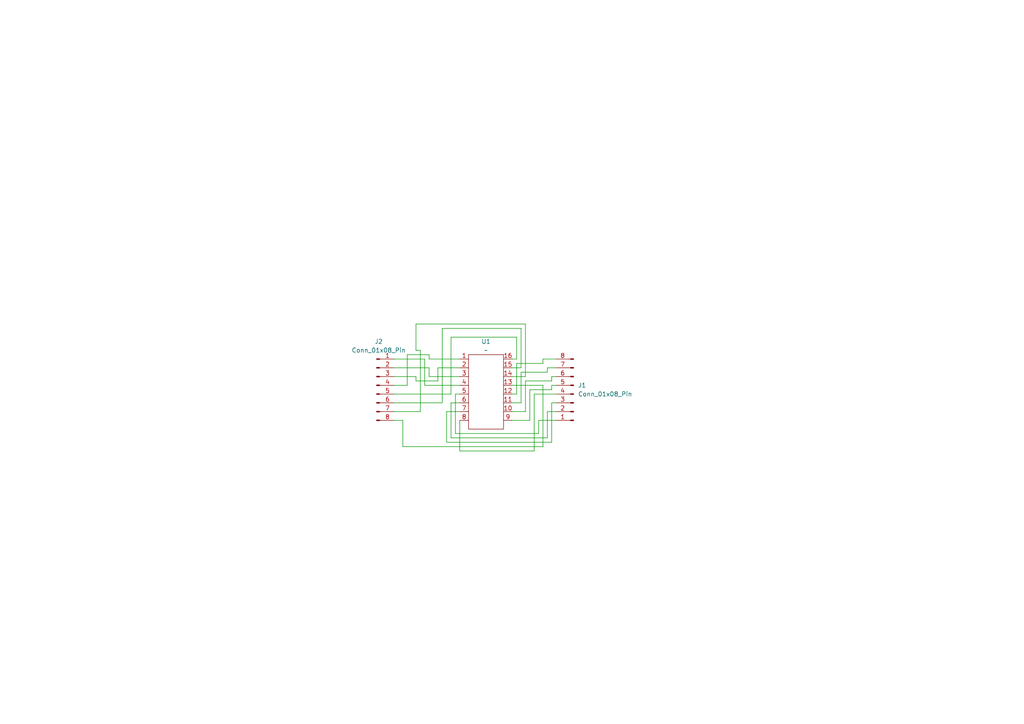
<source format=kicad_sch>
(kicad_sch (version 20231120) (generator "eeschema") (generator_version "8.0")
  (paper "A4")
  (lib_symbols
    (symbol "Connector:Conn_01x08_Pin" (pin_names (offset 1.016) hide)
      (property "Reference" "J" (at 0 10.16 0))
      (property "Value" "Conn_01x08_Pin" (at 0 -12.7 0))
      (symbol "Conn_01x08_Pin_1_1"
        (polyline (pts (xy 1.27 -10.16) (xy 0.8636 -10.16)) (stroke (width 0.1524)))
        (polyline (pts (xy 1.27 -7.62) (xy 0.8636 -7.62)) (stroke (width 0.1524)))
        (polyline (pts (xy 1.27 -5.08) (xy 0.8636 -5.08)) (stroke (width 0.1524)))
        (polyline (pts (xy 1.27 -2.54) (xy 0.8636 -2.54)) (stroke (width 0.1524)))
        (polyline (pts (xy 1.27 0) (xy 0.8636 0)) (stroke (width 0.1524)))
        (polyline (pts (xy 1.27 2.54) (xy 0.8636 2.54)) (stroke (width 0.1524)))
        (polyline (pts (xy 1.27 5.08) (xy 0.8636 5.08)) (stroke (width 0.1524)))
        (polyline (pts (xy 1.27 7.62) (xy 0.8636 7.62)) (stroke (width 0.1524)))
        (rectangle (start 0.8636 -10.033) (end 0 -10.287) (stroke (width 0.1524)) (fill (type outline)))
        (rectangle (start 0.8636 -7.493) (end 0 -7.747) (stroke (width 0.1524)) (fill (type outline)))
        (rectangle (start 0.8636 -4.953) (end 0 -5.207) (stroke (width 0.1524)) (fill (type outline)))
        (rectangle (start 0.8636 -2.413) (end 0 -2.667) (stroke (width 0.1524)) (fill (type outline)))
        (rectangle (start 0.8636 0.127) (end 0 -0.127) (stroke (width 0.1524)) (fill (type outline)))
        (rectangle (start 0.8636 2.667) (end 0 2.413) (stroke (width 0.1524)) (fill (type outline)))
        (rectangle (start 0.8636 5.207) (end 0 4.953) (stroke (width 0.1524)) (fill (type outline)))
        (rectangle (start 0.8636 7.747) (end 0 7.493) (stroke (width 0.1524)) (fill (type outline)))
        (pin passive line (at 5.08 7.62 180) (length 3.81) (name "Pin_1") (number "1"))
        (pin passive line (at 5.08 5.08 180) (length 3.81) (name "Pin_2") (number "2"))
        (pin passive line (at 5.08 2.54 180) (length 3.81) (name "Pin_3") (number "3"))
        (pin passive line (at 5.08 0 180) (length 3.81) (name "Pin_4") (number "4"))
        (pin passive line (at 5.08 -2.54 180) (length 3.81) (name "Pin_5") (number "5"))
        (pin passive line (at 5.08 -5.08 180) (length 3.81) (name "Pin_6") (number "6"))
        (pin passive line (at 5.08 -7.62 180) (length 3.81) (name "Pin_7") (number "7"))
        (pin passive line (at 5.08 -10.16 180) (length 3.81) (name "Pin_8") (number "8"))
      )
    )
    (symbol "Temp:Temp"
      (property "Reference" "U" (at -5.334 3.81 0))
      (symbol "Temp_0_0"
        (pin unspecified line (at 0 0 0) (length 2.54) (name "") (number "1"))
        (pin unspecified line (at 15.24 -15.24 180) (length 2.54) (name "") (number "10"))
        (pin unspecified line (at 15.24 -12.7 180) (length 2.54) (name "") (number "11"))
        (pin unspecified line (at 15.24 -10.16 180) (length 2.54) (name "") (number "12"))
        (pin unspecified line (at 15.24 -7.62 180) (length 2.54) (name "") (number "13"))
        (pin unspecified line (at 15.24 -5.08 180) (length 2.54) (name "") (number "14"))
        (pin unspecified line (at 15.24 -2.54 180) (length 2.54) (name "") (number "15"))
        (pin unspecified line (at 15.24 0 180) (length 2.54) (name "") (number "16"))
        (pin unspecified line (at 0 -2.54 0) (length 2.54) (name "") (number "2"))
        (pin unspecified line (at 0 -5.08 0) (length 2.54) (name "") (number "3"))
        (pin unspecified line (at 0 -7.62 0) (length 2.54) (name "") (number "4"))
        (pin unspecified line (at 0 -10.16 0) (length 2.54) (name "") (number "5"))
        (pin unspecified line (at 0 -12.7 0) (length 2.54) (name "") (number "6"))
        (pin unspecified line (at 0 -15.24 0) (length 2.54) (name "") (number "7"))
        (pin unspecified line (at 0 -17.78 0) (length 2.54) (name "") (number "8"))
        (pin unspecified line (at 15.24 -17.78 180) (length 2.54) (name "") (number "9"))
      )
      (symbol "Temp_0_1"
        (rectangle (start 2.54 1.27) (end 12.7 -20.32))
      )
    )
  )
  (wire (pts (xy 149.86 97.79) (xy 130.81 97.79)))
  (wire (pts (xy 130.81 116.84) (xy 130.81 127)))
  (wire (pts (xy 121.92 101.6) (xy 121.92 119.38)))
  (wire (pts (xy 128.27 95.25) (xy 151.13 95.25)))
  (wire (pts (xy 153.67 121.92) (xy 153.67 113.03)))
  (wire (pts (xy 152.4 93.98) (xy 120.65 93.98)))
  (wire (pts (xy 148.59 121.92) (xy 153.67 121.92)))
  (wire (pts (xy 120.65 93.98) (xy 120.65 101.6)))
  (wire (pts (xy 123.19 111.76) (xy 123.19 104.14)))
  (wire (pts (xy 153.67 113.03) (xy 160.02 113.03)))
  (wire (pts (xy 151.13 95.25) (xy 151.13 106.68)))
  (wire (pts (xy 152.4 109.22) (xy 152.4 93.98)))
  (wire (pts (xy 133.35 121.92) (xy 133.35 130.81)))
  (wire (pts (xy 160.02 109.22) (xy 161.29 109.22)))
  (wire (pts (xy 151.13 107.95) (xy 158.75 107.95)))
  (wire (pts (xy 124.46 102.87) (xy 118.11 102.87)))
  (wire (pts (xy 120.65 110.49) (xy 120.65 109.22)))
  (wire (pts (xy 148.59 119.38) (xy 152.4 119.38)))
  (wire (pts (xy 160.02 113.03) (xy 160.02 111.76)))
  (wire (pts (xy 133.35 116.84) (xy 130.81 116.84)))
  (wire (pts (xy 130.81 127) (xy 158.75 127)))
  (wire (pts (xy 116.84 129.54) (xy 116.84 121.92)))
  (wire (pts (xy 149.86 105.41) (xy 157.48 105.41)))
  (wire (pts (xy 133.35 119.38) (xy 129.54 119.38)))
  (wire (pts (xy 133.35 104.14) (xy 124.46 104.14)))
  (wire (pts (xy 120.65 101.6) (xy 121.92 101.6)))
  (wire (pts (xy 148.59 104.14) (xy 149.86 104.14)))
  (wire (pts (xy 118.11 111.76) (xy 114.3 111.76)))
  (wire (pts (xy 133.35 106.68) (xy 127 106.68)))
  (wire (pts (xy 154.94 130.81) (xy 154.94 114.3)))
  (wire (pts (xy 133.35 130.81) (xy 154.94 130.81)))
  (wire (pts (xy 152.4 110.49) (xy 160.02 110.49)))
  (wire (pts (xy 130.81 97.79) (xy 130.81 114.3)))
  (wire (pts (xy 124.46 106.68) (xy 114.3 106.68)))
  (wire (pts (xy 114.3 116.84) (xy 128.27 116.84)))
  (wire (pts (xy 127 106.68) (xy 127 110.49)))
  (wire (pts (xy 154.94 114.3) (xy 161.29 114.3)))
  (wire (pts (xy 116.84 121.92) (xy 114.3 121.92)))
  (wire (pts (xy 160.02 111.76) (xy 161.29 111.76)))
  (wire (pts (xy 148.59 116.84) (xy 151.13 116.84)))
  (wire (pts (xy 160.02 128.27) (xy 160.02 116.84)))
  (wire (pts (xy 124.46 109.22) (xy 124.46 106.68)))
  (wire (pts (xy 156.21 121.92) (xy 161.29 121.92)))
  (wire (pts (xy 129.54 128.27) (xy 160.02 128.27)))
  (wire (pts (xy 118.11 102.87) (xy 118.11 111.76)))
  (wire (pts (xy 129.54 119.38) (xy 129.54 128.27)))
  (wire (pts (xy 114.3 114.3) (xy 130.81 114.3)))
  (wire (pts (xy 148.59 109.22) (xy 152.4 109.22)))
  (wire (pts (xy 123.19 104.14) (xy 114.3 104.14)))
  (wire (pts (xy 157.48 105.41) (xy 157.48 104.14)))
  (wire (pts (xy 160.02 110.49) (xy 160.02 109.22)))
  (wire (pts (xy 151.13 116.84) (xy 151.13 107.95)))
  (wire (pts (xy 124.46 104.14) (xy 124.46 102.87)))
  (wire (pts (xy 132.08 114.3) (xy 132.08 125.73)))
  (wire (pts (xy 133.35 109.22) (xy 124.46 109.22)))
  (wire (pts (xy 127 110.49) (xy 120.65 110.49)))
  (wire (pts (xy 133.35 111.76) (xy 123.19 111.76)))
  (wire (pts (xy 160.02 116.84) (xy 161.29 116.84)))
  (wire (pts (xy 157.48 104.14) (xy 161.29 104.14)))
  (wire (pts (xy 149.86 114.3) (xy 149.86 105.41)))
  (wire (pts (xy 152.4 119.38) (xy 152.4 110.49)))
  (wire (pts (xy 120.65 109.22) (xy 114.3 109.22)))
  (wire (pts (xy 121.92 119.38) (xy 114.3 119.38)))
  (wire (pts (xy 148.59 111.76) (xy 157.48 111.76)))
  (wire (pts (xy 157.48 111.76) (xy 157.48 129.54)))
  (wire (pts (xy 157.48 129.54) (xy 116.84 129.54)))
  (wire (pts (xy 158.75 106.68) (xy 161.29 106.68)))
  (wire (pts (xy 158.75 127) (xy 158.75 119.38)))
  (wire (pts (xy 156.21 125.73) (xy 156.21 121.92)))
  (wire (pts (xy 148.59 114.3) (xy 149.86 114.3)))
  (wire (pts (xy 149.86 104.14) (xy 149.86 97.79)))
  (wire (pts (xy 128.27 116.84) (xy 128.27 95.25)))
  (wire (pts (xy 158.75 107.95) (xy 158.75 106.68)))
  (wire (pts (xy 158.75 119.38) (xy 161.29 119.38)))
  (wire (pts (xy 133.35 114.3) (xy 132.08 114.3)))
  (wire (pts (xy 132.08 125.73) (xy 156.21 125.73)))
  (wire (pts (xy 151.13 106.68) (xy 148.59 106.68)))
  (symbol (lib_id "Connector:Conn_01x08_Pin") (at 109.22 111.76 0) (unit 1)
    (property "Reference" "J2" (at 109.855 99.06 0))
    (property "Value" "Conn_01x08_Pin" (at 109.855 101.6 0))
    (property "Footprint" "Connector_PinHeader_2.54mm:PinHeader_1x08_P2.54mm_Vertical" (effects (hide yes)))
    (property "Description" "Generic connector, single row, 01x08, script generated" (effects (hide yes)))
  )
  (symbol (lib_id "Temp:Temp") (at 133.35 104.14 0) (unit 1)
    (property "Reference" "U1" (at 140.97 99.06 0))
    (property "Value" "~" (at 140.97 101.6 0))
    (property "Footprint" "Package_DFN_QFN:VQFN-16-1EP_3x3mm_P0.5mm_EP1.45x1.45mm" (effects (hide yes)))
  )
  (symbol (lib_id "Connector:Conn_01x08_Pin") (at 166.37 114.3 180) (unit 1)
    (property "Reference" "J1" (at 167.64 111.7599 0) (effects (justify right)))
    (property "Value" "Conn_01x08_Pin" (at 167.64 114.2999 0) (effects (justify right)))
    (property "Footprint" "Connector_PinHeader_2.54mm:PinHeader_1x08_P2.54mm_Vertical" (effects (hide yes)))
    (property "Description" "Generic connector, single row, 01x08, script generated" (effects (hide yes)))
  )
)
</source>
